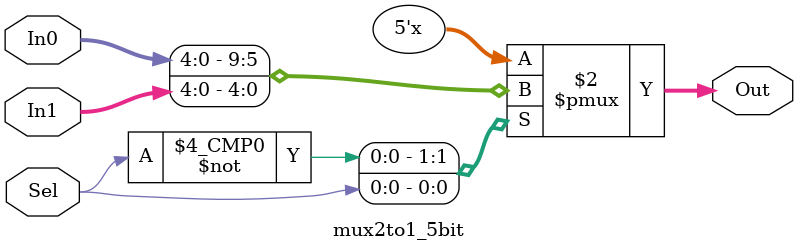
<source format=v>
`timescale 1ns / 1ps


module mux2to1_5bit(
    input [4:0] In0,
    input [4:0] In1,
    input Sel,
    output reg [4:0]Out
    );
    
    always@(Sel,In0,In1)
    case(Sel)
    0: Out <= In0;
    1: Out <= In1;
    endcase
endmodule

</source>
